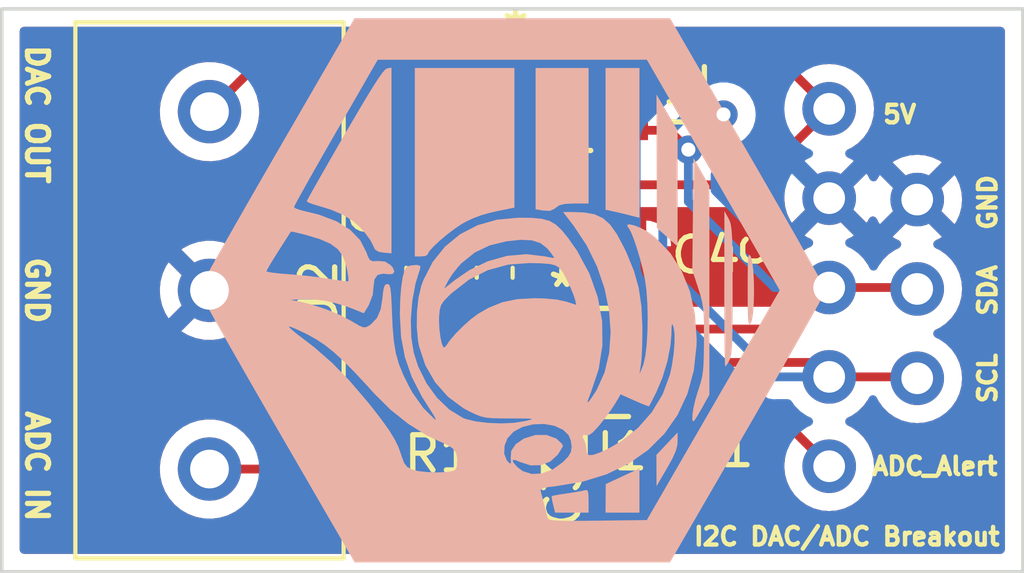
<source format=kicad_pcb>
(kicad_pcb (version 20211014) (generator pcbnew)
  (title_block (title "I2C ADC/DAC Daugher Board") (date "2024-02-04") (rev "REV1") (company "SpaceCog Labs, LLC"))
  (layers (0 "F.Cu" signal) (31 "B.Cu" signal) (34 "B.Paste" user) (35 "F.Paste" user) (36 "B.SilkS" user "B.Silkscreen") (37 "F.SilkS" user "F.Silkscreen") (38 "B.Mask" user) (39 "F.Mask" user) (44 "Edge.Cuts" user))
  (net 0 "")
  (net 1 "+5V")
  (net 2 "GND")
  (net 3 "Net-(C3-Pad1)")
  (net 4 "SDA_CONN")
  (net 5 "SCL_CONN")
  (net 6 "ADC_ALERT")
  (net 7 "ADC_VIN")
  (net 8 "DAC_VOUT")
  (footprint "Capacitor_SMD:C_0603_1608Metric" (layer "F.Cu") (at 152 99.775 -90)
    (fp_text reference "C3" (at 0 -1.43 90) (layer "F.SilkS"))
    (fp_text value "470p")
    (fp_line (start -0.14058 0.51) (end 0.14058 0.51) (layer "F.SilkS") (width 0.12))
    (fp_line (start -0.14058 -0.51) (end 0.14058 -0.51) (layer "F.SilkS") (width 0.12))
    (pad "1" smd roundrect (at -0.775 0 270) (size 0.9 0.95) (layers "F.Cu" "F.Paste" "F.Mask") (net 3 "Net-(C3-Pad1)"))
    (pad "2" smd roundrect (at 0.775 0 270) (size 0.9 0.95) (layers "F.Cu" "F.Paste" "F.Mask") (net 2 "GND"))
  )
  (footprint "ExternalConnectors:ThreePinScrewTerminal" (layer "F.Cu") (at 143.4 94 90)
    (fp_text reference "J2" (at 0 3.1 90 unlocked) (layer "F.SilkS"))
    (fp_text value "ADC_DAC_CONN")
    (fp_line (start 7.62 3.81) (end 7.62 -3.81) (layer "F.SilkS") (width 0.12))
    (fp_line (start -7.62 -3.81) (end -7.62 3.81) (layer "F.SilkS") (width 0.12))
    (fp_line (start -7.62 3.81) (end 7.62 3.81) (layer "F.SilkS") (width 0.12))
    (fp_line (start -7.62 -3.81) (end 7.62 -3.81) (layer "F.SilkS") (width 0.12))
    (pad "1" thru_hole circle (at -5.08 0 90) (size 1.8 1.8) (drill 1.1) (layers *.Cu *.Mask) (net 7 "ADC_VIN"))
    (pad "2" thru_hole circle (at 0 0 90) (size 1.8 1.8) (drill 1.1) (layers *.Cu *.Mask) (net 2 "GND"))
    (pad "3" thru_hole circle (at 5.08 0 90) (size 1.8 1.8) (drill 1.1) (layers *.Cu *.Mask) (net 8 "DAC_VOUT"))
  )
  (footprint "ExternalConnectors:Conn_5" (layer "F.Cu") (at 161 93.92 -90)
    (fp_text reference "J1" (at 4.58 3 unlocked) (layer "F.SilkS"))
    (fp_text value "External Pin Conn")
    (pad "1" thru_hole circle (at -5.08 0 270) (size 1.524 1.524) (drill 0.9) (layers *.Cu *.Mask) (net 1 "+5V"))
    (pad "2" thru_hole circle (at -2.54 0 270) (size 1.524 1.524) (drill 0.9) (layers *.Cu *.Mask) (net 2 "GND"))
    (pad "3" thru_hole circle (at 0 0 270) (size 1.524 1.524) (drill 0.9) (layers *.Cu *.Mask) (net 4 "SDA_CONN"))
    (pad "4" thru_hole circle (at 2.54 0 270) (size 1.524 1.524) (drill 0.9) (layers *.Cu *.Mask) (net 5 "SCL_CONN"))
    (pad "5" thru_hole circle (at 5.08 0 270) (size 1.524 1.524) (drill 0.9) (layers *.Cu *.Mask) (net 6 "ADC_ALERT"))
  )
  (footprint "Capacitor_SMD:C_0603_1608Metric" (layer "F.Cu") (at 151.5 93.5 90)
    (fp_text reference "C1" (at 3 -1 180) (layer "F.SilkS"))
    (fp_text value "100n")
    (fp_line (start -0.14058 -0.51) (end 0.14058 -0.51) (layer "F.SilkS") (width 0.12))
    (fp_line (start -0.14058 0.51) (end 0.14058 0.51) (layer "F.SilkS") (width 0.12))
    (pad "1" smd roundrect (at -0.775 0 90) (size 0.9 0.95) (layers "F.Cu" "F.Paste" "F.Mask") (net 1 "+5V"))
    (pad "2" smd roundrect (at 0.775 0 90) (size 0.9 0.95) (layers "F.Cu" "F.Paste" "F.Mask") (net 2 "GND"))
  )
  (footprint "Capacitor_SMD:C_0603_1608Metric" (layer "F.Cu") (at 149.5 93.5 -90)
    (fp_text reference "C2" (at -2 1.5 -90) (layer "F.SilkS"))
    (fp_text value "100n")
    (fp_line (start -0.14058 0.51) (end 0.14058 0.51) (layer "F.SilkS") (width 0.12))
    (fp_line (start -0.14058 -0.51) (end 0.14058 -0.51) (layer "F.SilkS") (width 0.12))
    (pad "1" smd roundrect (at -0.775 0 270) (size 0.9 0.95) (layers "F.Cu" "F.Paste" "F.Mask") (net 2 "GND"))
    (pad "2" smd roundrect (at 0.775 0 270) (size 0.9 0.95) (layers "F.Cu" "F.Paste" "F.Mask") (net 1 "+5V"))
  )
  (footprint "Capacitor_SMD:C_0603_1608Metric" (layer "F.Cu") (at 154.775 93 180)
    (fp_text reference "C4" (at -2.725 0) (layer "F.SilkS"))
    (fp_text value "100n")
    (fp_line (start -0.14058 -0.51) (end 0.14058 -0.51) (layer "F.SilkS") (width 0.12))
    (fp_line (start -0.14058 0.51) (end 0.14058 0.51) (layer "F.SilkS") (width 0.12))
    (pad "1" smd roundrect (at -0.775 0 180) (size 0.9 0.95) (layers "F.Cu" "F.Paste" "F.Mask") (net 2 "GND"))
    (pad "2" smd roundrect (at 0.775 0 180) (size 0.9 0.95) (layers "F.Cu" "F.Paste" "F.Mask") (net 1 "+5V"))
  )
  (footprint "DAC5571IDBVR:DAC5571IDBVR" (layer "F.Cu") (at 154 88.5)
    (fp_text reference "U2" (at 3 -0.049999 90 unlocked) (layer "F.SilkS"))
    (fp_text value "DAC5571IDBVR")
    (fp_text user "*" (at -1.905 -1.905 unlocked) (layer "F.SilkS"))
    (fp_text user "*" (at -1.905 -1.905) (layer "F.SilkS"))
    (fp_line (start -0.226316 1.524) (end 0.226316 1.524) (layer "F.SilkS") (width 0.1524))
    (fp_line (start 0.226316 -1.524) (end -0.226316 -1.524) (layer "F.SilkS") (width 0.1524))
    (pad "1" smd rect (at -1.1176 -0.950001) (size 1.4732 0.5588) (layers "F.Cu" "F.Paste" "F.Mask") (net 8 "DAC_VOUT"))
    (pad "2" smd rect (at -1.1176 0) (size 1.4732 0.5588) (layers "F.Cu" "F.Paste" "F.Mask") (net 2 "GND"))
    (pad "3" smd rect (at -1.1176 0.950001) (size 1.4732 0.5588) (layers "F.Cu" "F.Paste" "F.Mask") (net 1 "+5V"))
    (pad "4" smd rect (at 1.1176 0.950001) (size 1.4732 0.5588) (layers "F.Cu" "F.Paste" "F.Mask") (net 4 "SDA_CONN"))
    (pad "5" smd rect (at 1.1176 0) (size 1.4732 0.5588) (layers "F.Cu" "F.Paste" "F.Mask") (net 5 "SCL_CONN"))
    (pad "6" smd rect (at 1.1176 -0.950001) (size 1.4732 0.5588) (layers "F.Cu" "F.Paste" "F.Mask") (net 1 "+5V"))
  )
  (footprint "ExternalConnectors:Conn_3" (layer "F.Cu") (at 163.5 93.96 -90)
    (fp_text reference "J3" (at -1.46 4.5 -90 unlocked) (layer "F.SilkS"))
    (fp_text value "I2C Conn")
    (pad "1" thru_hole circle (at -2.54 0 270) (size 1.524 1.524) (drill 0.9) (layers *.Cu *.Mask) (net 2 "GND"))
    (pad "2" thru_hole circle (at 0 0 270) (size 1.524 1.524) (drill 0.9) (layers *.Cu *.Mask) (net 4 "SDA_CONN"))
    (pad "3" thru_hole circle (at 2.54 0 270) (size 1.524 1.524) (drill 0.9) (layers *.Cu *.Mask) (net 5 "SCL_CONN"))
  )
  (footprint "ADC081C021CIMK:ADC081C021CIMK" (layer "F.Cu") (at 154.8316 96.049999)
    (fp_text reference "U1" (at 0 2.54 unlocked) (layer "F.SilkS"))
    (fp_text value "ADC081C021CIMK_NOPB")
    (fp_text user "*" (at -1.4224 -2.1057) (layer "F.SilkS"))
    (fp_text user "*" (at -1.4224 -2.1057 unlocked) (layer "F.SilkS"))
    (fp_line (start 0.467606 -1.5367) (end -0.467606 -1.5367) (layer "F.SilkS") (width 0.1524))
    (fp_line (start -0.467606 1.5367) (end 0.467606 1.5367) (layer "F.SilkS") (width 0.1524))
    (pad "1" smd rect (at -1.1684 -0.950001) (size 1.2192 0.5334) (layers "F.Cu" "F.Paste" "F.Mask") (net 1 "+5V"))
    (pad "2" smd rect (at -1.1684 0) (size 1.2192 0.5334) (layers "F.Cu" "F.Paste" "F.Mask") (net 2 "GND"))
    (pad "3" smd rect (at -1.1684 0.950001) (size 1.2192 0.5334) (layers "F.Cu" "F.Paste" "F.Mask") (net 3 "Net-(C3-Pad1)"))
    (pad "4" smd rect (at 1.1684 0.950001) (size 1.2192 0.5334) (layers "F.Cu" "F.Paste" "F.Mask") (net 6 "ADC_ALERT"))
    (pad "5" smd rect (at 1.1684 0) (size 1.2192 0.5334) (layers "F.Cu" "F.Paste" "F.Mask") (net 5 "SCL_CONN"))
    (pad "6" smd rect (at 1.1684 -0.950001) (size 1.2192 0.5334) (layers "F.Cu" "F.Paste" "F.Mask") (net 4 "SDA_CONN"))
  )
  (footprint "Resistor_SMD:R_0805_2012Metric" (layer "F.Cu") (at 149.9125 97 180)
    (fp_text reference "R1" (at 0 -1.65) (layer "F.SilkS"))
    (fp_text value "220")
    (fp_line (start -0.227064 -0.735) (end 0.227064 -0.735) (layer "F.SilkS") (width 0.12))
    (fp_line (start -0.227064 0.735) (end 0.227064 0.735) (layer "F.SilkS") (width 0.12))
    (pad "1" smd roundrect (at -0.9125 0 180) (size 1.025 1.4) (layers "F.Cu" "F.Paste" "F.Mask") (roundrect_rratio 0.243902439) (net 3 "Net-(C3-Pad1)"))
    (pad "2" smd roundrect (at 0.9125 0 180) (size 1.025 1.4) (layers "F.Cu" "F.Paste" "F.Mask") (roundrect_rratio 0.243902439) (net 7 "ADC_VIN"))
  )
  (footprint "logo:SpaceCogLabsLogo_small" (layer "B.Cu") (at 152 94 90)
    (fp_text reference "G***" hide)
    (fp_text value "LOGO" hide)
    (fp_poly (pts (xy 3.364832 5.371919) (xy 3.761849 5.146209) (xy 2.166825 5.129533) (xy 0.571801 5.112858) (xy 0.06019 5.280007) (xy -0.143343 5.343793) (xy -0.318463 5.388822) (xy -0.493327 5.418213) (xy -0.696092 5.435087) (xy -0.954916 5.442562) (xy -1.297956 5.443758) (xy -1.414454 5.443387) (xy -1.788008 5.440373) (xy -2.068615 5.432577) (xy -2.283698 5.416828) (xy -2.460681 5.389955) (xy -2.626986 5.348787) (xy -2.810034 5.290153) (xy -2.845817 5.277865) (xy -3.096091 5.201676) (xy -3.335973 5.146204) (xy -3.53931 5.115422) (xy -3.679951 5.113305) (xy -3.731753 5.143263) (xy -3.683259 5.183581) (xy -3.55534 5.264772) (xy -3.374342 5.370231) (xy -3.349784 5.384021) (xy -2.967815 5.59763) (xy 2.967816 5.59763)) (layer "B.SilkS") (width 0) (fill solid))
    (fp_poly (pts (xy -5.794296 2.162122) (xy -5.699227 2.142263) (xy -5.674837 2.098619) (xy -5.682533 2.061493) (xy -5.707328 1.950173) (xy -5.740345 1.761117) (xy -5.77324 1.543483) (xy -5.804511 1.336472) (xy -5.831777 1.183951) (xy -5.84934 1.117654) (xy -5.849802 1.117212) (xy -5.914217 1.121557) (xy -6.050944 1.149274) (xy -6.094194 1.159684) (xy -6.319905 1.21575) (xy -6.319905 2.166825) (xy -5.984806 2.166825)) (layer "B.SilkS") (width 0) (fill solid))
    (fp_poly (pts (xy 5.567536 4.095665) (xy 3.671564 4.100402) (xy 1.775593 4.105139) (xy 1.511281 4.399963) (xy 1.246968 4.694787) (xy 4.545284 4.694787)) (layer "B.SilkS") (width 0) (fill solid))
    (fp_poly (pts (xy 6.319906 2.648341) (xy 2.289498 2.648341) (xy 2.25591 2.813863) (xy 2.221422 2.969256) (xy 2.171191 3.179725) (xy 2.142432 3.295379) (xy 2.062543 3.611374) (xy 6.319906 3.611374)) (layer "B.SilkS") (width 0) (fill solid))
    (fp_poly (pts (xy -4.676323 4.092891) (xy -5.567535 4.095665) (xy -5.056409 4.395226) (xy -4.778782 4.549435) (xy -4.569244 4.643042) (xy -4.399258 4.687242) (xy -4.292595 4.694787) (xy -4.039907 4.694787)) (layer "B.SilkS") (width 0) (fill solid))
    (fp_poly (pts (xy 6.309045 -3.557818) (xy 6.277778 -3.60842) (xy 6.190658 -3.685234) (xy 6.039919 -3.793237) (xy 5.817792 -3.937404) (xy 5.516511 -4.122711) (xy 5.128308 -4.354135) (xy 4.645417 -4.63665) (xy 4.429996 -4.76161) (xy 3.999749 -5.010104) (xy 3.602533 -5.238355) (xy 3.250323 -5.439572) (xy 2.955096 -5.606962) (xy 2.728828 -5.733731) (xy 2.583495 -5.813089) (xy 2.531461 -5.838389) (xy 2.494233 -5.785987) (xy 2.444996 -5.653575) (xy 2.422995 -5.577619) (xy 2.290634 -5.145154) (xy 2.145564 -4.805808) (xy 1.974157 -4.532322) (xy 1.802104 -4.335798) (xy 1.61853 -4.171666) (xy 1.432792 -4.036586) (xy 1.301043 -3.966836) (xy 1.160364 -3.898961) (xy 1.095166 -3.800536) (xy 1.072128 -3.661408) (xy 1.050137 -3.430806) (xy 6.328278 -3.430806)) (layer "B.SilkS") (width 0) (fill solid))
    (fp_poly (pts (xy 0.26649 6.86105) (xy 0.552589 6.845482) (xy 0.787233 6.818938) (xy 0.94187 6.781447) (xy 0.963034 6.771327) (xy 1.006004 6.740772) (xy 1.003404 6.71836) (xy 0.941851 6.702854) (xy 0.80796 6.693016) (xy 0.588348 6.68761) (xy 0.269631 6.685398) (xy 0.030095 6.68509) (xy -0.354354 6.685897) (xy -0.632342 6.689342) (xy -0.817776 6.696694) (xy -0.924567 6.709221) (xy -0.966624 6.728191) (xy -0.957856 6.754874) (xy -0.936481 6.773241) (xy -0.8214 6.812985) (xy -0.615009 6.841609) (xy -0.345862 6.859142) (xy -0.042512 6.865613)) (layer "B.SilkS") (width 0) (fill solid))
    (fp_poly (pts (xy 6.319906 0.662085) (xy 2.302955 0.662085) (xy 2.266666 0.885707) (xy 2.258619 1.067671) (xy 2.316916 1.198297) (xy 2.349075 1.235676) (xy 2.41783 1.337848) (xy 2.454654 1.481785) (xy 2.467414 1.702529) (xy 2.467773 1.764424) (xy 2.467773 2.166825) (xy 6.319906 2.166825)) (layer "B.SilkS") (width 0) (fill solid))
    (fp_poly (pts (xy 0.012059 6.257193) (xy 0.533271 6.255982) (xy 0.948245 6.253407) (xy 1.27112 6.248646) (xy 1.516036 6.240883) (xy 1.697131 6.229297) (xy 1.828545 6.213069) (xy 1.924418 6.191381) (xy 1.998889 6.163412) (xy 2.046446 6.139337) (xy 2.257109 6.024003) (xy 0.045143 6.02148) (xy -0.457428 6.021655) (xy -0.919956 6.023258) (xy -1.329148 6.026132) (xy -1.671712 6.030122) (xy -1.934355 6.035069) (xy -2.103785 6.040819) (xy -2.16671 6.047215) (xy -2.166824 6.047507) (xy -2.119279 6.091485) (xy -2.003393 6.160479) (xy -1.989244 6.167886) (xy -1.919964 6.194707) (xy -1.818764 6.215864) (xy -1.672431 6.231946) (xy -1.467756 6.243542) (xy -1.191528 6.251243) (xy -0.830535 6.255637) (xy -0.371567 6.257315)) (layer "B.SilkS") (width 0) (fill solid))
    (fp_poly (pts (xy 0.065632 8.873398) (xy 0.226938 8.788278) (xy 0.475535 8.652112) (xy 0.803035 8.469639) (xy 1.201055 8.245595) (xy 1.661208 7.984718) (xy 2.175109 7.691745) (xy 2.734373 7.371412) (xy 3.330614 7.028457) (xy 3.912323 6.692568) (xy 7.734361 4.48161) (xy 7.734361 -4.48161) (xy 3.912323 -6.692568) (xy 3.289164 -7.052344) (xy 2.695166 -7.393913) (xy 2.138715 -7.71254) (xy 1.628195 -8.003485) (xy 1.171992 -8.262013) (xy 0.778492 -8.483386) (xy 0.456079 -8.662868) (xy 0.21314 -8.79572) (xy 0.058059 -8.877206) (xy 0 -8.902737) (xy -0.065626 -8.873129) (xy -0.226919 -8.787728) (xy -0.475494 -8.651276) (xy -0.802968 -8.468515) (xy -1.200955 -8.244189) (xy -1.661073 -7.983038) (xy -2.174936 -7.689807) (xy -2.73416 -7.369236) (xy -3.330362 -7.026068) (xy -3.912322 -6.68984) (xy -7.73436 -4.477732) (xy -7.73436 -2.157809) (xy -5.175484 -2.157809) (xy -5.164093 -2.434934) (xy -5.135212 -2.683281) (xy -5.091546 -2.85506) (xy -5.020729 -2.982893) (xy -4.915623 -3.067201) (xy -4.738098 -3.13582) (xy -4.685266 -3.151654) (xy -4.465556 -3.228766) (xy -4.239165 -3.338069) (xy -3.987895 -3.491071) (xy -3.693546 -3.699281) (xy -3.33792 -3.974204) (xy -3.165651 -4.112541) (xy -2.570552 -4.621013) (xy -2.066066 -5.112484) (xy -1.62933 -5.610135) (xy -1.4155 -5.887044) (xy -1.262651 -6.08799) (xy -1.136444 -6.242802) (xy -1.053087 -6.332237) (xy -1.029077 -6.345823) (xy -1.042738 -6.284085) (xy -1.101746 -6.140377) (xy -1.19549 -5.939315) (xy -1.262666 -5.804005) (xy -1.400477 -5.555798) (xy -1.562614 -5.314082) (xy -1.762029 -5.064264) (xy -2.011674 -4.791747) (xy -2.324502 -4.481939) (xy -2.713465 -4.120244) (xy -2.93183 -3.923183) (xy -3.395489 -3.457281) (xy -3.799727 -2.95) (xy -4.12329 -2.43004) (xy -4.277074 -2.106635) (xy -4.391932 -1.850837) (xy -4.494518 -1.68972) (xy -4.606692 -1.602528) (xy -4.750313 -1.568503) (xy -4.847569 -1.564929) (xy -5.015529 -1.575752) (xy -5.101266 -1.619741) (xy -5.138366 -1.700355) (xy -5.167527 -1.89769) (xy -5.175484 -2.157809) (xy -7.73436 -2.157809) (xy -7.73436 0.557862) (xy -5.220459 0.557862) (xy -5.138941 0.296239) (xy -5.024576 0.143749) (xy -4.890524 0.028453) (xy -4.822146 0.011361) (xy -4.824239 0.089795) (xy -4.881843 0.22339) (xy -4.976535 0.520553) (xy -4.969366 0.814842) (xy -4.866603 1.079629) (xy -4.674511 1.288288) (xy -4.623171 1.322628) (xy -4.428014 1.441612) (xy -4.361985 1.410525) (xy -4.215986 1.254347) (xy -4.211628 1.247318) (xy -4.111197 0.972114) (xy -4.110459 0.659457) (xy -4.209342 0.339259) (xy -4.213871 0.3298) (xy -4.372335 0.095814) (xy -4.565182 -0.03157) (xy -4.780728 -0.046288) (xy -4.906835 -0.034892) (xy -4.922578 -0.071464) (xy -4.830213 -0.156972) (xy -4.643749 -0.229499) (xy -4.415507 -0.218844) (xy -4.206231 -0.136741) (xy -4.016225 0.039307) (xy -3.883895 0.289695) (xy -3.810819 0.584681) (xy -3.79858 0.894519) (xy -3.848755 1.189466) (xy -3.962925 1.439776) (xy -4.11413 1.597107) (xy -4.26309 1.659229) (xy -4.445367 1.685307) (xy -4.446571 1.685308) (xy -4.592587 1.664777) (xy -4.72597 1.588208) (xy -4.885466 1.433598) (xy -5.091478 1.147338) (xy -5.20389 0.848494) (xy -5.220459 0.557862) (xy -7.73436 0.557862) (xy -7.73436 1.639545) (xy -6.552728 1.639545) (xy -6.5501 1.390276) (xy -6.542479 1.217452) (xy -6.528938 1.106435) (xy -6.508548 1.042586) (xy -6.480383 1.011267) (xy -6.45643 1.001115) (xy -6.334145 0.967981) (xy -6.153027 0.921369) (xy -6.079146 0.902844) (xy -5.893463 0.855867) (xy -5.746333 0.817264) (xy -5.71089 0.807437) (xy -5.657588 0.811889) (xy -5.620519 0.876447) (xy -5.592182 1.022694) (xy -5.571078 1.209771) (xy -5.444408 1.982965) (xy -5.383299 2.180097) (xy -4.684305 2.180097) (xy -4.630541 2.12103) (xy -4.529265 2.105713) (xy -4.371372 2.084399) (xy -4.273459 2.046446) (xy -4.153036 1.990881) (xy -4.108117 2.026962) (xy -4.12029 2.098143) (xy -4.113646 2.181764) (xy -4.035984 2.290429) (xy -3.873859 2.441323) (xy -3.810097 2.494633) (xy -3.596169 2.662144) (xy -3.37666 2.820377) (xy -3.210866 2.927813) (xy -2.957339 3.076389) (xy -3.135252 3.472923) (xy -3.219784 3.667812) (xy -3.277573 3.813707) (xy -3.297423 3.882126) (xy -3.296748 3.883756) (xy -3.238847 3.915769) (xy -3.101824 3.986629) (xy -2.914319 4.081541) (xy -2.897738 4.089859) (xy -2.476621 4.267108) (xy -2.012449 4.406265) (xy -1.555097 4.494412) (xy -1.239305 4.519392) (xy -1.047521 4.524235) (xy -0.96387 4.534431) (xy -0.976113 4.554058) (xy -1.053317 4.581375) (xy -1.236246 4.607769) (xy -1.500814 4.606683) (xy -1.812143 4.580869) (xy -2.13535 4.533078) (xy -2.402033 4.474992) (xy -2.950254 4.27215) (xy -3.458529 3.965478) (xy -3.90932 3.569421) (xy -4.285089 3.098424) (xy -4.477541 2.765467) (xy -4.608944 2.487775) (xy -4.677486 2.297499) (xy -4.684305 2.180097) (xy -5.383299 2.180097) (xy -5.226647 2.685438) (xy -4.922609 3.312562) (xy -4.537109 3.859706) (xy -4.07496 4.32224) (xy -3.540977 4.695534) (xy -2.939973 4.974957) (xy -2.276763 5.155881) (xy -1.55616 5.233675) (xy -1.38436 5.236493) (xy -0.679628 5.188406) (xy -0.033356 5.046209) (xy 0.547298 4.812992) (xy 1.055176 4.49185) (xy 1.483119 4.085873) (xy 1.59323 3.950119) (xy 1.702136 3.7849) (xy 1.789544 3.612144) (xy 1.849462 3.453438) (xy 1.875897 3.330367) (xy 1.862857 3.264514) (xy 1.804349 3.277467) (xy 1.772583 3.304082) (xy 1.663577 3.367241) (xy 1.464655 3.447582) (xy 1.203451 3.536325) (xy 0.907594 3.624689) (xy 0.604715 3.703895) (xy 0.322448 3.76516) (xy 0.320467 3.765532) (xy 0.002104 3.809218) (xy -0.372306 3.835403) (xy -0.774572 3.844706) (xy -1.176501 3.837747) (xy -1.5499 3.815146) (xy -1.866576 3.777521) (xy -2.098337 3.725494) (xy -2.136729 3.711529) (xy -2.377488 3.613742) (xy -2.07654 3.6577) (xy -1.895862 3.674484) (xy -1.631515 3.686994) (xy -1.320175 3.693954) (xy -1.023222 3.694354) (xy -0.440777 3.666939) (xy 0.071774 3.590094) (xy 0.558379 3.453513) (xy 1.062988 3.246891) (xy 1.233887 3.165063) (xy 1.60277 2.967164) (xy 1.870106 2.777756) (xy 2.050964 2.575472) (xy 2.160415 2.338942) (xy 2.213527 2.046799) (xy 2.225579 1.758872) (xy 2.227015 1.441204) (xy 1.83211 1.743882) (xy 1.2744 2.113916) (xy 0.677678 2.405839) (xy 0.058026 2.617589) (xy -0.56847 2.747104) (xy -1.185728 2.792321) (xy -1.777663 2.751178) (xy -2.328192 2.621613) (xy -2.82123 2.401562) (xy -2.904146 2.351221) (xy -3.059902 2.247449) (xy -3.163743 2.169149) (xy -3.190047 2.140195) (xy -3.140685 2.144632) (xy -3.014507 2.188118) (xy -2.916297 2.228256) (xy -2.245392 2.452912) (xy -1.562182 2.560231) (xy -0.875142 2.551452) (xy -0.192745 2.42781) (xy 0.476536 2.190542) (xy 1.124228 1.840885) (xy 1.488932 1.585337) (xy 1.71301 1.402495) (xy 1.871079 1.234555) (xy 1.974267 1.054421) (xy 2.033702 0.834998) (xy 2.060512 0.549191) (xy 2.065863 0.180569) (xy 2.010202 -0.430125) (xy 1.85114 -0.98732) (xy 1.594084 -1.483292) (xy 1.244442 -1.910319) (xy 0.807621 -2.260678) (xy 0.289029 -2.526646) (xy 0.129401 -2.585113) (xy -0.212052 -2.665443) (xy -0.620726 -2.708585) (xy -1.048789 -2.712764) (xy -1.448408 -2.676207) (xy -1.593128 -2.648987) (xy -2.129863 -2.470516) (xy -2.611012 -2.194256) (xy -2.883909 -1.953366) (xy -1.617881 -1.953366) (xy -1.514091 -2.001348) (xy -1.32745 -2.042117) (xy -1.095469 -2.07049) (xy -0.85566 -2.081287) (xy -0.722274 -2.077079) (xy -0.54787 -2.059339) (xy -0.420529 -2.022023) (xy -0.303799 -1.944772) (xy -0.29114 -1.932559) (xy 0.052258 -1.932559) (xy 0.285024 -1.813811) (xy 0.461327 -1.701753) (xy 0.661501 -1.54293) (xy 0.775725 -1.437127) (xy 1.073232 -1.068008) (xy 1.277308 -0.642502) (xy 1.393843 -0.164039) (xy 1.436489 0.239229) (xy 1.420938 0.55294) (xy 1.343677 0.794783) (xy 1.201189 0.982442) (xy 1.158543 1.020028) (xy 1.027497 1.122806) (xy 0.941398 1.180453) (xy 0.924569 1.185391) (xy 0.927367 1.123328) (xy 0.952627 0.986423) (xy 0.964924 0.931249) (xy 1.028188 0.398405) (xy 0.980345 -0.150675) (xy 0.825897 -0.698686) (xy 0.56935 -1.22832) (xy 0.301788 -1.61688) (xy 0.052258 -1.932559) (xy -0.29114 -1.932559) (xy -0.161227 -1.807225) (xy -0.074034 -1.715009) (xy 0.30557 -1.226197) (xy 0.57459 -0.69044) (xy 0.731513 -0.111643) (xy 0.775344 0.477394) (xy 0.768122 0.812545) (xy 0.75021 1.051195) (xy 0.711024 1.217219) (xy 0.639982 1.334495) (xy 0.5265 1.426899) (xy 0.359996 1.518309) (xy 0.300948 1.547711) (xy 0.081628 1.650389) (xy -0.116959 1.733467) (xy -0.251557 1.778881) (xy -0.412831 1.816605) (xy -0.318156 1.525246) (xy -0.261466 1.260669) (xy -0.229494 0.903473) (xy -0.223261 0.631991) (xy -0.249903 0.139087) (xy -0.33754 -0.284082) (xy -0.49715 -0.677278) (xy -0.664823 -0.9673) (xy -0.819043 -1.174857) (xy -1.020377 -1.401951) (xy -1.236621 -1.615905) (xy -1.435574 -1.784043) (xy -1.535001 -1.850325) (xy -1.613759 -1.915177) (xy -1.617881 -1.953366) (xy -2.883909 -1.953366) (xy -3.022074 -1.831406) (xy -3.348545 -1.393164) (xy -3.441203 -1.221888) (xy -3.525041 -1.046279) (xy -3.581471 -0.902247) (xy -3.615911 -0.758573) (xy -3.633777 -0.584036) (xy -3.640489 -0.347419) (xy -3.641469 -0.067795) (xy -3.6419 0.239999) (xy -3.644534 0.438451) (xy -3.651381 0.5386) (xy -3.664453 0.551482) (xy -3.685759 0.488136) (xy -3.71731 0.359598) (xy -3.718449 0.354798) (xy -3.766504 0.042229) (xy -3.782101 -0.321372) (xy -3.767289 -0.696943) (xy -3.724118 -1.045424) (xy -3.654637 -1.327753) (xy -3.626416 -1.399453) (xy -3.390915 -1.785326) (xy -3.056246 -2.135709) (xy -2.641802 -2.43593) (xy -2.166982 -2.671315) (xy -1.777994 -2.797737) (xy -1.335237 -2.86895) (xy -0.829952 -2.882041) (xy -0.303256 -2.840116) (xy 0.203732 -2.746278) (xy 0.616944 -2.61695) (xy 0.692539 -2.608929) (xy 0.719706 -2.685142) (xy 0.721354 -2.747233) (xy 0.704907 -2.899888) (xy 0.673095 -2.993727) (xy 0.571004 -3.059775) (xy 0.365378 -3.115226) (xy 0.072783 -3.15765) (xy -0.290214 -3.184623) (xy -0.69218 -3.193727) (xy -1.3231 -3.159468) (xy -1.901508 -3.050472) (xy -2.456113 -2.85756) (xy -3.015625 -2.571554) (xy -3.40071 -2.327893) (xy -3.560123 -2.226453) (xy -3.658721 -2.176253) (xy -3.679698 -2.185414) (xy -3.671564 -2.197038) (xy -3.346336 -2.525076) (xy -2.923802 -2.824303) (xy -2.743634 -2.926124) (xy -2.402723 -3.095988) (xy -2.094179 -3.220403) (xy -1.785421 -3.307175) (xy -1.443869 -3.364112) (xy -1.036944 -3.399022) (xy -0.707227 -3.414128) (xy -0.361106 -3.427771) (xy -0.117733 -3.441809) (xy 0.040501 -3.458945) (xy 0.131205 -3.481882) (xy 0.17199 -3.513323) (xy 0.180569 -3.550393) (xy 0.159096 -3.610081) (xy 0.078448 -3.64882) (xy -0.085715 -3.675076) (xy -0.210648 -3.686486) (xy -0.541171 -3.73878) (xy -0.782692 -3.842011) (xy -0.960059 -4.008008) (xy -0.997546 -4.061093) (xy -1.044751 -4.145463) (xy -1.052468 -4.223853) (xy -1.01292 -4.328838) (xy -0.918328 -4.492992) (xy -0.87918 -4.556818) (xy -0.700843 -4.895517) (xy -0.532981 -5.302213) (xy -0.395312 -5.724879) (xy -0.323149 -6.024045) (xy -0.271215 -6.28981) (xy -0.252141 -5.990509) (xy -0.252833 -5.761944) (xy -0.274701 -5.487876) (xy -0.30055 -5.303696) (xy -0.363206 -5.025043) (xy -0.451121 -4.728351) (xy -0.453707 -4.721256) (xy 0.259061 -4.721256) (xy 0.277158 -4.876334) (xy 0.310069 -5.092944) (xy 0.327083 -5.193337) (xy 0.371668 -5.491655) (xy 0.414285 -5.849999) (xy 0.448081 -6.208114) (xy 0.458078 -6.345219) (xy 0.478637 -6.605582) (xy 0.502225 -6.814499) (xy 0.525596 -6.94724) (xy 0.541618 -6.98199) (xy 0.606868 -6.951429) (xy 0.750044 -6.868816) (xy 0.948173 -6.747762) (xy 1.119602 -6.639556) (xy 1.340813 -6.498219) (xy 1.520516 -6.383573) (xy 1.637047 -6.30943) (xy 1.670065 -6.288647) (xy 1.663233 -6.231043) (xy 1.631394 -6.087123) (xy 1.581206 -5.886706) (xy 1.575161 -5.863664) (xy 1.455184 -5.46507) (xy 1.325761 -5.169306) (xy 1.17231 -4.958934) (xy 0.980249 -4.816513) (xy 0.734997 -4.724605) (xy 0.597017 -4.693861) (xy 0.417184 -4.66426) (xy 0.292913 -4.652263) (xy 0.25936 -4.656123) (xy 0.259061 -4.721256) (xy -0.453707 -4.721256) (xy -0.510094 -4.566568) (xy -0.652156 -4.216952) (xy -0.431436 -4.080539) (xy -0.132595 -3.963481) (xy 0.079402 -3.943272) (xy 0.308194 -3.914798) (xy 0.437077 -3.82521) (xy 0.474528 -3.66577) (xy 0.460346 -3.550662) (xy 0.461682 -3.403491) (xy 0.529217 -3.34791) (xy 0.643805 -3.390616) (xy 0.720974 -3.459515) (xy 0.817472 -3.612897) (xy 0.834715 -3.808962) (xy 0.83334 -3.826545) (xy 0.828497 -3.967327) (xy 0.864661 -4.047462) (xy 0.970468 -4.103867) (xy 1.077252 -4.140995) (xy 1.426303 -4.320084) (xy 1.722561 -4.606045) (xy 1.964684 -4.996919) (xy 2.151329 -5.49075) (xy 2.234831 -5.82935) (xy 2.282375 -6.021275) (xy 2.330617 -6.155071) (xy 2.365458 -6.199526) (xy 2.427899 -6.170466) (xy 2.583087 -6.087566) (xy 2.819557 -5.95725) (xy 3.125846 -5.785939) (xy 3.49049 -5.580056) (xy 3.902025 -5.346023) (xy 4.348989 -5.090262) (xy 4.48736 -5.010782) (xy 6.555093 -3.822038) (xy 6.555209 0) (xy 6.555326 3.822038) (xy 3.278715 5.708544) (xy 0.002103 7.59505) (xy -3.264232 5.707477) (xy -6.530568 3.819903) (xy -6.546714 2.425968) (xy -6.55129 1.979896) (xy -6.552728 1.639545) (xy -7.73436 1.639545) (xy -7.73436 4.477732) (xy -3.912322 6.689841) (xy -3.289191 7.049809) (xy -2.695218 7.391602) (xy -2.138787 7.71048) (xy -1.628283 8.001699) (xy -1.172089 8.260516) (xy -0.778589 8.482191) (xy -0.456169 8.66198) (xy -0.213212 8.79514) (xy -0.058103 8.876931) (xy 0 8.902737)) (layer "B.SilkS") (width 0) (fill solid))
    (fp_poly (pts (xy -5.507345 2.653802) (xy -5.913625 2.651072) (xy -6.319905 2.648341) (xy -6.319905 3.611374) (xy -5.061197 3.611374)) (layer "B.SilkS") (width 0) (fill solid))
    (fp_poly (pts (xy 6.319906 -2.76872) (xy 0.963034 -2.76872) (xy 0.963034 -2.588152) (xy 0.978216 -2.461336) (xy 1.014792 -2.407596) (xy 1.015415 -2.407583) (xy 1.106147 -2.361413) (xy 1.244851 -2.237905) (xy 1.412244 -2.059562) (xy 1.589046 -1.848886) (xy 1.755974 -1.62838) (xy 1.893747 -1.420547) (xy 1.953845 -1.312392) (xy 2.051012 -1.105051) (xy 2.128352 -0.902416) (xy 2.195548 -0.672078) (xy 2.262289 -0.381628) (xy 2.323592 -0.075237) (xy 2.349687 0.06019) (xy 6.319906 0.06019)) (layer "B.SilkS") (width 0) (fill solid))
  )
  (gr_rect (start 137.5 86) (end 166.5 102) (layer "Edge.Cuts") (width 0.1) (fill none))
  (gr_text "GND" (at 165.5 91.5 90) (layer "F.SilkS") (effects (font (size 0.5 0.5) (thickness 0.125))))
  (gr_text "ADC_Alert" (at 164 99) (layer "F.SilkS") (effects (font (size 0.5 0.5) (thickness 0.125))))
  (gr_text "DAC OUT" (at 138.5 89 270) (layer "F.SilkS") (effects (font (size 0.6 0.6))))
  (gr_text "I2C DAC/ADC Breakout" (at 161.5 101) (layer "F.SilkS") (effects (font (size 0.5 0.5) (thickness 0.125))))
  (gr_text "SCL\n" (at 165.5 96.5 90) (layer "F.SilkS") (effects (font (size 0.5 0.5) (thickness 0.125))))
  (gr_text "SDA" (at 165.5 94 90) (layer "F.SilkS") (effects (font (size 0.5 0.5) (thickness 0.125))))
  (gr_text "GND" (at 138.5 94 270) (layer "F.SilkS") (effects (font (size 0.6 0.6))))
  (gr_text "5V" (at 163 89) (layer "F.SilkS") (effects (font (size 0.5 0.5) (thickness 0.125))))
  (gr_text "ADC IN" (at 138.5 99 270) (layer "F.SilkS") (effects (font (size 0.6 0.6))))
  (segment (start 154 93) (end 153.8824 92.8824) (width 0.25) (layer "F.Cu") (net 1))
  (segment (start 154 93) (end 154 94.763198) (width 0.25) (layer "F.Cu") (net 1))
  (segment (start 151.5 94.275) (end 152.324998 95.099998) (width 0.25) (layer "F.Cu") (net 1))
  (segment (start 154 91.5) (end 153.5 91) (width 0.25) (layer "F.Cu") (net 1))
  (segment (start 161 88.84) (end 158.84 91) (width 0.25) (layer "F.Cu") (net 1))
  (segment (start 152.324998 95.099998) (end 153.6632 95.099998) (width 0.25) (layer "F.Cu") (net 1))
  (segment (start 153.5 91) (end 152.8824 90.3824) (width 0.25) (layer "F.Cu") (net 1))
  (segment (start 159.709999 87.549999) (end 161 88.84) (width 0.25) (layer "F.Cu") (net 1))
  (segment (start 158.84 91) (end 153.5 91) (width 0.25) (layer "F.Cu") (net 1))
  (segment (start 154 93) (end 154 91.5) (width 0.25) (layer "F.Cu") (net 1))
  (segment (start 155.1176 87.549999) (end 159.709999 87.549999) (width 0.25) (layer "F.Cu") (net 1))
  (segment (start 154 94.763198) (end 153.6632 95.099998) (width 0.25) (layer "F.Cu") (net 1))
  (segment (start 149.5 94.275) (end 151.5 94.275) (width 0.25) (layer "F.Cu") (net 1))
  (segment (start 152.8824 90.3824) (end 152.8824 89.450001) (width 0.25) (layer "F.Cu") (net 1))
  (segment (start 150.825 97) (end 153.6632 97) (width 0.25) (layer "F.Cu") (net 3))
  (segment (start 152 98.175) (end 150.825 97) (width 0.25) (layer "F.Cu") (net 3))
  (segment (start 152 99) (end 152 98.175) (width 0.25) (layer "F.Cu") (net 3))
  (segment (start 156 95.099998) (end 159.820002 95.099998) (width 0.25) (layer "F.Cu") (net 4))
  (segment (start 161 93.92) (end 163.46 93.92) (width 0.25) (layer "F.Cu") (net 4))
  (segment (start 159.820002 95.099998) (end 161 93.92) (width 0.25) (layer "F.Cu") (net 4))
  (segment (start 156.450001 89.450001) (end 157 90) (width 0.25) (layer "F.Cu") (net 4))
  (segment (start 163.46 93.92) (end 163.5 93.96) (width 0.25) (layer "F.Cu") (net 4))
  (segment (start 155.1176 89.450001) (end 156.450001 89.450001) (width 0.25) (layer "F.Cu") (net 4))
  (via (at 157 90) (size 0.8) (drill 0.4) (layers "F.Cu" "B.Cu") (net 4))
  (segment (start 157 90) (end 157 91.475386) (width 0.25) (layer "B.Cu") (net 4))
  (segment (start 157 91.475386) (end 159.444614 93.92) (width 0.25) (layer "B.Cu") (net 4))
  (segment (start 159.444614 93.92) (end 161 93.92) (width 0.25) (layer "B.Cu") (net 4))
  (segment (start 160.589999 96.049999) (end 161 96.46) (width 0.25) (layer "F.Cu") (net 5))
  (segment (start 155.1176 88.5) (end 157.5 88.5) (width 0.25) (layer "F.Cu") (net 5))
  (segment (start 163.46 96.46) (end 163.5 96.5) (width 0.25) (layer "F.Cu") (net 5))
  (segment (start 157.5 88.5) (end 158 89) (width 0.25) (layer "F.Cu") (net 5))
  (segment (start 161 96.46) (end 163.46 96.46) (width 0.25) (layer "F.Cu") (net 5))
  (segment (start 156 96.049999) (end 160.589999 96.049999) (width 0.25) (layer "F.Cu") (net 5))
  (via (at 158 89) (size 0.8) (drill 0.4) (layers "F.Cu" "B.Cu") (net 5))
  (segment (start 158 89) (end 156.975386 89) (width 0.25) (layer "B.Cu") (net 5))
  (segment (start 156.275489 93.275489) (end 159.46 96.46) (width 0.25) (layer "B.Cu") (net 5))
  (segment (start 156.275489 89.699897) (end 156.275489 93.275489) (width 0.25) (layer "B.Cu") (net 5))
  (segment (start 159.46 96.46) (end 161 96.46) (width 0.25) (layer "B.Cu") (net 5))
  (segment (start 156.975386 89) (end 156.275489 89.699897) (width 0.25) (layer "B.Cu") (net 5))
  (segment (start 156 97) (end 159 97) (width 0.25) (layer "F.Cu") (net 6))
  (segment (start 159 97) (end 161 99) (width 0.25) (layer "F.Cu") (net 6))
  (segment (start 143.4 99.08) (end 146.92 99.08) (width 0.25) (layer "F.Cu") (net 7))
  (segment (start 146.92 99.08) (end 149 97) (width 0.25) (layer "F.Cu") (net 7))
  (segment (start 152.8824 87.549999) (end 144.770001 87.549999) (width 0.25) (layer "F.Cu") (net 8))
  (segment (start 144.770001 87.549999) (end 143.4 88.92) (width 0.25) (layer "F.Cu") (net 8))
  (zone (net 2) (net_name "GND") (layer "F.Cu") (connect_pads (clearance 0.508)) (min_thickness 0.254) (fill yes (thermal_gap 0.508) (thermal_bridge_width 0.508))
    (polygon (pts (xy 166.5 102) (xy 137.5 102) (xy 137.5 86) (xy 166.5 86)))
  )
  (zone (net 2) (net_name "GND") (layer "B.Cu") (connect_pads (clearance 0.508)) (min_thickness 0.254) (fill yes (thermal_gap 0.508) (thermal_bridge_width 0.508))
    (polygon (pts (xy 166.5 102) (xy 137.5 102) (xy 137.5 86) (xy 166.5 86)))
  )
)
</source>
